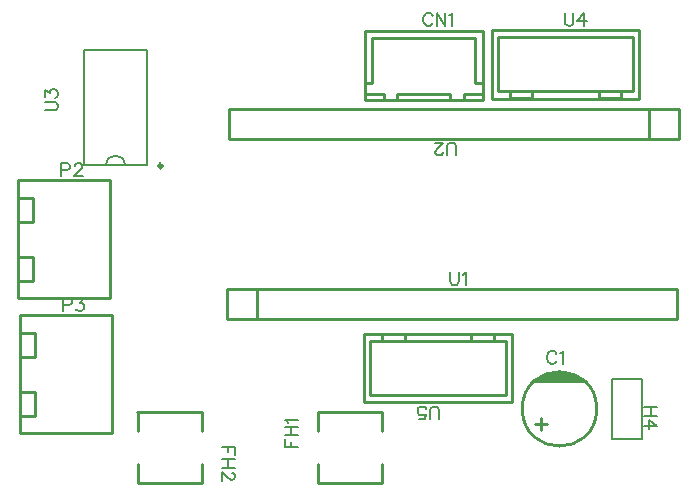
<source format=gto>
G04 Layer: TopSilkscreenLayer*
G04 EasyEDA v6.5.39, 2023-12-21 10:53:13*
G04 3e67a15472894c6e83902e6d43e54a9e,2402692d15bd446891542ced5281a4ad,10*
G04 Gerber Generator version 0.2*
G04 Scale: 100 percent, Rotated: No, Reflected: No *
G04 Dimensions in millimeters *
G04 leading zeros omitted , absolute positions ,4 integer and 5 decimal *
%FSLAX45Y45*%
%MOMM*%

%ADD10C,0.1524*%
%ADD11C,0.2540*%
%ADD12C,0.2032*%
%ADD13C,0.2030*%
%ADD14C,0.3000*%
%ADD15C,0.0149*%

%LPD*%
D10*
X4693284Y178815D02*
G01*
X4693284Y100837D01*
X4698365Y85344D01*
X4708779Y74929D01*
X4724527Y69850D01*
X4734940Y69850D01*
X4750434Y74929D01*
X4760849Y85344D01*
X4765929Y100837D01*
X4765929Y178815D01*
X4852288Y178815D02*
G01*
X4800218Y106171D01*
X4878197Y106171D01*
X4852288Y178815D02*
G01*
X4852288Y69850D01*
X3626205Y-3264915D02*
G01*
X3626205Y-3186937D01*
X3621125Y-3171444D01*
X3610711Y-3161029D01*
X3594963Y-3155950D01*
X3584549Y-3155950D01*
X3569055Y-3161029D01*
X3558641Y-3171444D01*
X3553561Y-3186937D01*
X3553561Y-3264915D01*
X3456787Y-3264915D02*
G01*
X3508857Y-3264915D01*
X3513937Y-3218179D01*
X3508857Y-3223260D01*
X3493109Y-3228594D01*
X3477615Y-3228594D01*
X3462121Y-3223260D01*
X3451707Y-3213100D01*
X3446373Y-3197352D01*
X3446373Y-3186937D01*
X3451707Y-3171444D01*
X3462121Y-3161029D01*
X3477615Y-3155950D01*
X3493109Y-3155950D01*
X3508857Y-3161029D01*
X3513937Y-3166110D01*
X3519271Y-3176523D01*
X3574275Y152907D02*
G01*
X3568941Y163321D01*
X3558527Y173736D01*
X3548367Y178815D01*
X3527539Y178815D01*
X3517125Y173736D01*
X3506711Y163321D01*
X3501377Y152907D01*
X3496297Y137160D01*
X3496297Y111252D01*
X3501377Y95757D01*
X3506711Y85344D01*
X3517125Y74929D01*
X3527539Y69850D01*
X3548367Y69850D01*
X3558527Y74929D01*
X3568941Y85344D01*
X3574275Y95757D01*
X3608565Y178815D02*
G01*
X3608565Y69850D01*
X3608565Y178815D02*
G01*
X3681209Y69850D01*
X3681209Y178815D02*
G01*
X3681209Y69850D01*
X3715499Y157987D02*
G01*
X3725913Y163321D01*
X3741407Y178815D01*
X3741407Y69850D01*
X4621656Y-2709037D02*
G01*
X4616322Y-2698622D01*
X4605909Y-2688209D01*
X4595749Y-2683129D01*
X4574920Y-2683129D01*
X4564506Y-2688209D01*
X4554093Y-2698622D01*
X4548759Y-2709037D01*
X4543679Y-2724785D01*
X4543679Y-2750693D01*
X4548759Y-2766187D01*
X4554093Y-2776601D01*
X4564506Y-2787014D01*
X4574920Y-2792095D01*
X4595749Y-2792095D01*
X4605909Y-2787014D01*
X4616322Y-2776601D01*
X4621656Y-2766187D01*
X4655947Y-2703956D02*
G01*
X4666361Y-2698622D01*
X4681854Y-2683129D01*
X4681854Y-2792095D01*
X2326878Y-3499993D02*
G01*
X2435844Y-3499993D01*
X2326878Y-3499993D02*
G01*
X2326878Y-3432429D01*
X2378694Y-3499993D02*
G01*
X2378694Y-3458337D01*
X2326878Y-3398138D02*
G01*
X2435844Y-3398138D01*
X2326878Y-3325495D02*
G01*
X2435844Y-3325495D01*
X2378694Y-3398138D02*
G01*
X2378694Y-3325495D01*
X2347705Y-3291204D02*
G01*
X2342371Y-3280790D01*
X2326878Y-3265043D01*
X2435844Y-3265043D01*
X1897113Y-3499993D02*
G01*
X1788147Y-3499993D01*
X1897113Y-3499993D02*
G01*
X1897113Y-3567556D01*
X1845297Y-3499993D02*
G01*
X1845297Y-3541648D01*
X1897113Y-3601846D02*
G01*
X1788147Y-3601846D01*
X1897113Y-3674490D02*
G01*
X1788147Y-3674490D01*
X1845297Y-3601846D02*
G01*
X1845297Y-3674490D01*
X1871205Y-3714114D02*
G01*
X1876285Y-3714114D01*
X1886699Y-3719195D01*
X1892033Y-3724529D01*
X1897113Y-3734943D01*
X1897113Y-3755517D01*
X1892033Y-3765930D01*
X1886699Y-3771264D01*
X1876285Y-3776345D01*
X1865871Y-3776345D01*
X1855457Y-3771264D01*
X1839963Y-3760851D01*
X1788147Y-3708780D01*
X1788147Y-3781679D01*
X5474715Y-3162300D02*
G01*
X5365750Y-3162300D01*
X5474715Y-3234944D02*
G01*
X5365750Y-3234944D01*
X5422900Y-3162300D02*
G01*
X5422900Y-3234944D01*
X5474715Y-3321304D02*
G01*
X5402072Y-3269234D01*
X5402072Y-3347212D01*
X5474715Y-3321304D02*
G01*
X5365750Y-3321304D01*
X431800Y-1095120D02*
G01*
X431800Y-1204087D01*
X431800Y-1095120D02*
G01*
X478536Y-1095120D01*
X494029Y-1100201D01*
X499363Y-1105535D01*
X504444Y-1115948D01*
X504444Y-1131443D01*
X499363Y-1141856D01*
X494029Y-1146937D01*
X478536Y-1152270D01*
X431800Y-1152270D01*
X544068Y-1121029D02*
G01*
X544068Y-1115948D01*
X549147Y-1105535D01*
X554481Y-1100201D01*
X564895Y-1095120D01*
X585470Y-1095120D01*
X595884Y-1100201D01*
X601218Y-1105535D01*
X606297Y-1115948D01*
X606297Y-1126362D01*
X601218Y-1136777D01*
X590804Y-1152270D01*
X538734Y-1204087D01*
X611631Y-1204087D01*
X444500Y-2238120D02*
G01*
X444500Y-2347087D01*
X444500Y-2238120D02*
G01*
X491236Y-2238120D01*
X506729Y-2243201D01*
X512063Y-2248535D01*
X517144Y-2258948D01*
X517144Y-2274443D01*
X512063Y-2284856D01*
X506729Y-2289937D01*
X491236Y-2295270D01*
X444500Y-2295270D01*
X561847Y-2238120D02*
G01*
X618997Y-2238120D01*
X588010Y-2279777D01*
X603504Y-2279777D01*
X613918Y-2284856D01*
X618997Y-2289937D01*
X624331Y-2305685D01*
X624331Y-2316098D01*
X618997Y-2331593D01*
X608584Y-2342006D01*
X593089Y-2347087D01*
X577595Y-2347087D01*
X561847Y-2342006D01*
X556768Y-2336927D01*
X551434Y-2326512D01*
X3721100Y-2018278D02*
G01*
X3721100Y-2096256D01*
X3726179Y-2111750D01*
X3736593Y-2122164D01*
X3752341Y-2127244D01*
X3762756Y-2127244D01*
X3778250Y-2122164D01*
X3788663Y-2111750D01*
X3793743Y-2096256D01*
X3793743Y-2018278D01*
X3828034Y-2039106D02*
G01*
X3838447Y-2033772D01*
X3854195Y-2018278D01*
X3854195Y-2127244D01*
X3771900Y-1029715D02*
G01*
X3771900Y-951737D01*
X3766820Y-936244D01*
X3756406Y-925829D01*
X3740658Y-920750D01*
X3730243Y-920750D01*
X3714750Y-925829D01*
X3704336Y-936244D01*
X3699256Y-951737D01*
X3699256Y-1029715D01*
X3659631Y-1003807D02*
G01*
X3659631Y-1008887D01*
X3654552Y-1019302D01*
X3649218Y-1024636D01*
X3638804Y-1029715D01*
X3618229Y-1029715D01*
X3607815Y-1024636D01*
X3602481Y-1019302D01*
X3597402Y-1008887D01*
X3597402Y-998473D01*
X3602481Y-988060D01*
X3612895Y-972565D01*
X3664965Y-920750D01*
X3592068Y-920750D01*
X291084Y-647700D02*
G01*
X369062Y-647700D01*
X384555Y-642620D01*
X394970Y-632205D01*
X400050Y-616457D01*
X400050Y-606044D01*
X394970Y-590550D01*
X384555Y-580136D01*
X369062Y-575055D01*
X291084Y-575055D01*
X291084Y-530352D02*
G01*
X291084Y-473202D01*
X332739Y-504189D01*
X332739Y-488695D01*
X337820Y-478281D01*
X342900Y-473202D01*
X358647Y-467868D01*
X369062Y-467868D01*
X384555Y-473202D01*
X394970Y-483615D01*
X400050Y-499110D01*
X400050Y-514604D01*
X394970Y-530352D01*
X389889Y-535431D01*
X379476Y-540765D01*
G36*
X4644237Y-2857550D02*
G01*
X4628388Y-2858160D01*
X4612589Y-2859582D01*
X4596942Y-2861818D01*
X4581347Y-2864815D01*
X4566005Y-2868676D01*
X4550816Y-2873298D01*
X4535932Y-2878683D01*
X4521301Y-2884830D01*
X4507026Y-2891739D01*
X4493158Y-2899359D01*
X4479645Y-2907690D01*
X4466640Y-2916732D01*
X4454042Y-2926384D01*
X4442002Y-2936697D01*
X4430522Y-2947619D01*
X4419600Y-2959100D01*
X4876800Y-2959100D01*
X4865878Y-2947619D01*
X4854397Y-2936697D01*
X4842357Y-2926384D01*
X4829759Y-2916732D01*
X4816754Y-2907690D01*
X4803241Y-2899359D01*
X4789373Y-2891739D01*
X4775098Y-2884830D01*
X4760468Y-2878683D01*
X4745583Y-2873298D01*
X4730394Y-2868676D01*
X4715052Y-2864815D01*
X4699457Y-2861818D01*
X4683810Y-2859582D01*
X4668012Y-2858160D01*
X4652162Y-2857550D01*
G37*
D11*
X5324985Y32499D02*
G01*
X5324985Y-546100D01*
X5324985Y32499D02*
G01*
X4074985Y32499D01*
X4074985Y32499D02*
G01*
X4074985Y-547499D01*
X5324985Y-547499D02*
G01*
X4074985Y-547499D01*
X4125188Y-25400D02*
G01*
X5271490Y-25400D01*
X5271490Y-482600D01*
X4125188Y-482600D01*
X4125188Y-25400D01*
X4226788Y-482600D02*
G01*
X4417288Y-482600D01*
X4417288Y-546100D01*
X4226788Y-546100D01*
X4226788Y-482600D01*
X4979390Y-482600D02*
G01*
X5169890Y-482600D01*
X5169890Y-546100D01*
X4979390Y-546100D01*
X4979390Y-482600D01*
X2994505Y-3118599D02*
G01*
X2994505Y-2540000D01*
X2994505Y-3118599D02*
G01*
X4244505Y-3118599D01*
X4244505Y-3118599D02*
G01*
X4244505Y-2538600D01*
X2994505Y-2538600D02*
G01*
X4244505Y-2538600D01*
X4194302Y-3060700D02*
G01*
X3048000Y-3060700D01*
X3048000Y-2603500D01*
X4194302Y-2603500D01*
X4194302Y-3060700D01*
X4092702Y-2603500D02*
G01*
X3902202Y-2603500D01*
X3902202Y-2540000D01*
X4092702Y-2540000D01*
X4092702Y-2603500D01*
X3340100Y-2603500D02*
G01*
X3149600Y-2603500D01*
X3149600Y-2540000D01*
X3340100Y-2540000D01*
X3340100Y-2603500D01*
X3000743Y-417964D02*
G01*
X3062361Y-417964D01*
X3062361Y-37500D01*
X3932359Y-37500D01*
X3932359Y-417499D01*
X4001757Y-417499D01*
X3842372Y-561339D02*
G01*
X3842372Y-507492D01*
X3878719Y-507492D01*
X4001757Y-507492D01*
X3274197Y-561339D02*
G01*
X3274197Y-507499D01*
X3722359Y-507499D01*
X3722359Y-561339D01*
X3163707Y-561339D02*
G01*
X3163707Y-507499D01*
X3000743Y-507499D01*
X3000743Y19304D02*
G01*
X3000743Y-560704D01*
X3000997Y20320D02*
G01*
X4000995Y20320D01*
X4001757Y20320D02*
G01*
X4001757Y-558800D01*
X3000997Y-561339D02*
G01*
X4000995Y-561339D01*
X4445000Y-3302000D02*
G01*
X4546600Y-3302000D01*
X4495800Y-3352800D02*
G01*
X4495800Y-3251200D01*
X2603995Y-3199993D02*
G01*
X3143994Y-3199993D01*
X3143994Y-3362241D01*
X2603995Y-3362241D02*
G01*
X2603995Y-3199993D01*
X2603995Y-3799992D02*
G01*
X2603995Y-3637744D01*
X3148995Y-3799992D02*
G01*
X2603995Y-3799992D01*
X3143994Y-3637744D02*
G01*
X3143994Y-3799992D01*
X1619996Y-3799992D02*
G01*
X1079997Y-3799992D01*
X1079997Y-3637744D01*
X1619996Y-3637744D02*
G01*
X1619996Y-3799992D01*
X1619996Y-3199993D02*
G01*
X1619996Y-3362241D01*
X1074996Y-3199993D02*
G01*
X1619996Y-3199993D01*
X1079997Y-3362241D02*
G01*
X1079997Y-3199993D01*
D12*
X5346700Y-3429000D02*
G01*
X5092700Y-3429000D01*
X5092700Y-2921000D01*
X5346700Y-2921000D01*
X5346700Y-3111500D01*
D13*
X5346700Y-3429000D02*
G01*
X5346700Y-3111500D01*
D11*
X844499Y-2239848D02*
G01*
X444500Y-2239848D01*
X64490Y-2239848D01*
X64490Y-1239824D01*
X444500Y-1239824D01*
X844499Y-1239824D01*
X844499Y-2239848D01*
X64490Y-1389837D02*
G01*
X194487Y-1389837D01*
X194487Y-1589836D01*
X64490Y-1589836D01*
X64490Y-1889836D02*
G01*
X194487Y-1889836D01*
X194487Y-2089835D01*
X64490Y-2089835D01*
X857199Y-3382848D02*
G01*
X457200Y-3382848D01*
X77190Y-3382848D01*
X77190Y-2382824D01*
X457200Y-2382824D01*
X857199Y-2382824D01*
X857199Y-3382848D01*
X77190Y-2532837D02*
G01*
X207187Y-2532837D01*
X207187Y-2732836D01*
X77190Y-2732836D01*
X77190Y-3032836D02*
G01*
X207187Y-3032836D01*
X207187Y-3232835D01*
X77190Y-3232835D01*
X5639506Y-2160998D02*
G01*
X5639506Y-2410998D01*
X1829501Y-2410998D02*
G01*
X5639506Y-2410998D01*
X1829501Y-2160998D02*
G01*
X5639506Y-2160998D01*
X2086305Y-2160998D02*
G01*
X2086305Y-2410995D01*
X1829501Y-2410995D02*
G01*
X1829501Y-2160998D01*
X1853493Y-886995D02*
G01*
X1853493Y-636996D01*
X5663498Y-636996D02*
G01*
X1853493Y-636996D01*
X5663498Y-886995D02*
G01*
X1853493Y-886995D01*
X5406694Y-886995D02*
G01*
X5406694Y-636998D01*
X5663498Y-636998D02*
G01*
X5663498Y-886995D01*
D10*
X1155890Y-1109421D02*
G01*
X622109Y-1109421D01*
X622109Y-135178D01*
X1155890Y-135178D01*
X1155890Y-1109421D01*
G75*
G01*
X809625Y-1109421D02*
G02*
X968375Y-1109421I79375J0D01*
D11*
G75*
G01
X4963160Y-3175000D02*
G03X4963160Y-3175000I-314960J0D01*
D14*
G75*
G01
X1285011Y-1117600D02*
G03X1285011Y-1117600I-15011J0D01*
M02*

</source>
